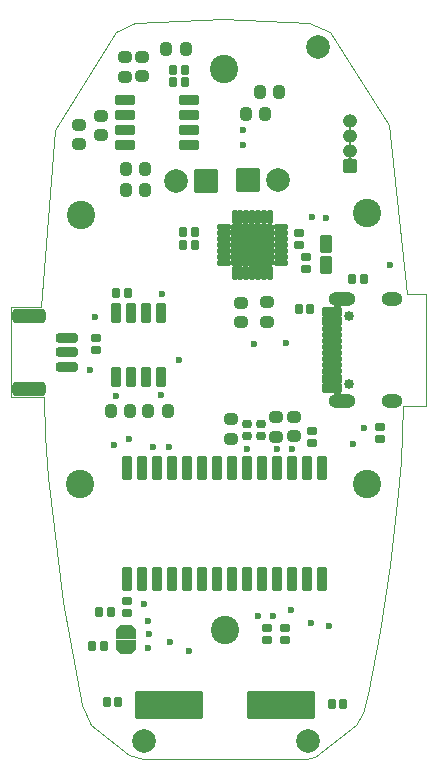
<source format=gbr>
%TF.GenerationSoftware,KiCad,Pcbnew,(7.0.0)*%
%TF.CreationDate,2023-06-26T15:04:23+05:30*%
%TF.ProjectId,EMO SN65 OBD,454d4f20-534e-4363-9520-4f42442e6b69,1*%
%TF.SameCoordinates,Original*%
%TF.FileFunction,Soldermask,Top*%
%TF.FilePolarity,Negative*%
%FSLAX46Y46*%
G04 Gerber Fmt 4.6, Leading zero omitted, Abs format (unit mm)*
G04 Created by KiCad (PCBNEW (7.0.0)) date 2023-06-26 15:04:23*
%MOMM*%
%LPD*%
G01*
G04 APERTURE LIST*
G04 Aperture macros list*
%AMRoundRect*
0 Rectangle with rounded corners*
0 $1 Rounding radius*
0 $2 $3 $4 $5 $6 $7 $8 $9 X,Y pos of 4 corners*
0 Add a 4 corners polygon primitive as box body*
4,1,4,$2,$3,$4,$5,$6,$7,$8,$9,$2,$3,0*
0 Add four circle primitives for the rounded corners*
1,1,$1+$1,$2,$3*
1,1,$1+$1,$4,$5*
1,1,$1+$1,$6,$7*
1,1,$1+$1,$8,$9*
0 Add four rect primitives between the rounded corners*
20,1,$1+$1,$2,$3,$4,$5,0*
20,1,$1+$1,$4,$5,$6,$7,0*
20,1,$1+$1,$6,$7,$8,$9,0*
20,1,$1+$1,$8,$9,$2,$3,0*%
%AMFreePoly0*
4,1,37,0.550000,0.836603,0.586603,0.800000,0.600000,0.750000,0.600000,-0.750000,0.586603,-0.800000,0.550000,-0.836603,0.500000,-0.850000,0.000000,-0.850000,-0.018993,-0.844911,-0.071157,-0.844911,-0.099330,-0.840860,-0.235881,-0.800765,-0.261772,-0.788941,-0.381494,-0.712000,-0.403005,-0.693361,-0.496202,-0.585806,-0.511590,-0.561861,-0.570709,-0.432407,-0.578728,-0.405098,-0.598982,-0.264232,
-0.600000,-0.250000,-0.600000,0.250000,-0.598982,0.264232,-0.578728,0.405098,-0.570709,0.432407,-0.511590,0.561861,-0.496202,0.585806,-0.403005,0.693361,-0.381494,0.712000,-0.261772,0.788941,-0.235881,0.800765,-0.099330,0.840860,-0.071157,0.844911,-0.018993,0.844911,0.000000,0.850000,0.500000,0.850000,0.550000,0.836603,0.550000,0.836603,$1*%
%AMFreePoly1*
4,1,37,0.018993,0.844911,0.071157,0.844911,0.099330,0.840860,0.235881,0.800765,0.261772,0.788941,0.381494,0.712000,0.403005,0.693361,0.496202,0.585806,0.511590,0.561861,0.570709,0.432407,0.578728,0.405098,0.598982,0.264232,0.600000,0.250000,0.600000,-0.250000,0.598982,-0.264232,0.578728,-0.405098,0.570709,-0.432407,0.511590,-0.561861,0.496202,-0.585806,0.403005,-0.693361,
0.381494,-0.712000,0.261772,-0.788941,0.235881,-0.800765,0.099330,-0.840860,0.071157,-0.844911,0.018993,-0.844911,0.000000,-0.850000,-0.500000,-0.850000,-0.550000,-0.836603,-0.586603,-0.800000,-0.600000,-0.750000,-0.600000,0.750000,-0.586603,0.800000,-0.550000,0.836603,-0.500000,0.850000,0.000000,0.850000,0.018993,0.844911,0.018993,0.844911,$1*%
G04 Aperture macros list end*
%ADD10C,2.000000*%
%ADD11C,0.600000*%
%ADD12RoundRect,0.235000X-0.185000X0.135000X-0.185000X-0.135000X0.185000X-0.135000X0.185000X0.135000X0*%
%ADD13C,2.400000*%
%ADD14RoundRect,0.240000X0.140000X0.170000X-0.140000X0.170000X-0.140000X-0.170000X0.140000X-0.170000X0*%
%ADD15RoundRect,0.100000X0.325000X0.925000X-0.325000X0.925000X-0.325000X-0.925000X0.325000X-0.925000X0*%
%ADD16RoundRect,0.300000X0.200000X0.275000X-0.200000X0.275000X-0.200000X-0.275000X0.200000X-0.275000X0*%
%ADD17RoundRect,0.100000X0.150000X0.500000X-0.150000X0.500000X-0.150000X-0.500000X0.150000X-0.500000X0*%
%ADD18RoundRect,0.100000X0.500000X-0.150000X0.500000X0.150000X-0.500000X0.150000X-0.500000X-0.150000X0*%
%ADD19RoundRect,0.100000X1.675000X-1.675000X1.675000X1.675000X-1.675000X1.675000X-1.675000X-1.675000X0*%
%ADD20RoundRect,0.300000X-0.200000X-0.275000X0.200000X-0.275000X0.200000X0.275000X-0.200000X0.275000X0*%
%ADD21RoundRect,0.100000X0.900000X0.900000X-0.900000X0.900000X-0.900000X-0.900000X0.900000X-0.900000X0*%
%ADD22RoundRect,0.235000X0.185000X-0.135000X0.185000X0.135000X-0.185000X0.135000X-0.185000X-0.135000X0*%
%ADD23RoundRect,0.250000X-0.700000X0.150000X-0.700000X-0.150000X0.700000X-0.150000X0.700000X0.150000X0*%
%ADD24RoundRect,0.350000X-1.100000X0.250000X-1.100000X-0.250000X1.100000X-0.250000X1.100000X0.250000X0*%
%ADD25RoundRect,0.235000X0.135000X0.185000X-0.135000X0.185000X-0.135000X-0.185000X0.135000X-0.185000X0*%
%ADD26RoundRect,0.100000X2.800000X-1.050000X2.800000X1.050000X-2.800000X1.050000X-2.800000X-1.050000X0*%
%ADD27RoundRect,0.100000X0.750000X-0.325000X0.750000X0.325000X-0.750000X0.325000X-0.750000X-0.325000X0*%
%ADD28RoundRect,0.300000X-0.275000X0.200000X-0.275000X-0.200000X0.275000X-0.200000X0.275000X0.200000X0*%
%ADD29RoundRect,0.100000X0.380000X-0.635000X0.380000X0.635000X-0.380000X0.635000X-0.380000X-0.635000X0*%
%ADD30C,0.850000*%
%ADD31RoundRect,0.100000X0.725000X-0.300000X0.725000X0.300000X-0.725000X0.300000X-0.725000X-0.300000X0*%
%ADD32RoundRect,0.100000X0.725000X-0.150000X0.725000X0.150000X-0.725000X0.150000X-0.725000X-0.150000X0*%
%ADD33O,2.300000X1.200000*%
%ADD34O,1.800000X1.200000*%
%ADD35FreePoly0,90.000000*%
%ADD36FreePoly1,90.000000*%
%ADD37RoundRect,0.235000X-0.135000X-0.185000X0.135000X-0.185000X0.135000X0.185000X-0.135000X0.185000X0*%
%ADD38RoundRect,0.240000X-0.170000X0.140000X-0.170000X-0.140000X0.170000X-0.140000X0.170000X0.140000X0*%
%ADD39RoundRect,0.300000X0.275000X-0.200000X0.275000X0.200000X-0.275000X0.200000X-0.275000X-0.200000X0*%
%ADD40RoundRect,0.100000X0.325000X0.750000X-0.325000X0.750000X-0.325000X-0.750000X0.325000X-0.750000X0*%
%ADD41RoundRect,0.240000X-0.140000X-0.170000X0.140000X-0.170000X0.140000X0.170000X-0.140000X0.170000X0*%
%ADD42RoundRect,0.100000X-0.900000X-0.900000X0.900000X-0.900000X0.900000X0.900000X-0.900000X0.900000X0*%
%ADD43RoundRect,0.100000X-0.500000X-0.500000X0.500000X-0.500000X0.500000X0.500000X-0.500000X0.500000X0*%
%ADD44O,1.200000X1.200000*%
%TA.AperFunction,Profile*%
%ADD45C,0.100000*%
%TD*%
G04 APERTURE END LIST*
D10*
%TO.C,REF\u002A\u002A*%
X121160000Y-23390000D03*
%TD*%
%TO.C,REF\u002A\u002A*%
X120310000Y-82130000D03*
%TD*%
%TO.C,REF\u002A\u002A*%
X106470000Y-82170000D03*
%TD*%
D11*
%TO.C,TP12*%
X108570000Y-57290000D03*
%TD*%
D12*
%TO.C,R14*%
X126405000Y-55615000D03*
X126405000Y-56635000D03*
%TD*%
D13*
%TO.C,H3*%
X113215000Y-25255000D03*
%TD*%
D11*
%TO.C,TP25*%
X115180000Y-57430000D03*
%TD*%
%TO.C,TP15*%
X105156000Y-56642000D03*
%TD*%
D14*
%TO.C,C13*%
X109875000Y-26355000D03*
X108915000Y-26355000D03*
%TD*%
D15*
%TO.C,U1*%
X105025000Y-68435000D03*
X106295000Y-68435000D03*
X107565000Y-68435000D03*
X108835000Y-68435000D03*
X110105000Y-68435000D03*
X111375000Y-68435000D03*
X112645000Y-68435000D03*
X113915000Y-68435000D03*
X115185000Y-68435000D03*
X116455000Y-68435000D03*
X117725000Y-68435000D03*
X118995000Y-68435000D03*
X120265000Y-68435000D03*
X121535000Y-68435000D03*
X121535000Y-59085000D03*
X120265000Y-59085000D03*
X118995000Y-59085000D03*
X117725000Y-59085000D03*
X116455000Y-59085000D03*
X115185000Y-59085000D03*
X113915000Y-59085000D03*
X112645000Y-59085000D03*
X111375000Y-59085000D03*
X110105000Y-59085000D03*
X108835000Y-59085000D03*
X107565000Y-59085000D03*
X106295000Y-59085000D03*
X105025000Y-59085000D03*
%TD*%
D13*
%TO.C,H2*%
X125335000Y-37505000D03*
%TD*%
D11*
%TO.C,TP24*%
X107905000Y-52915000D03*
%TD*%
D16*
%TO.C,R36*%
X117890000Y-27185000D03*
X116240000Y-27185000D03*
%TD*%
D17*
%TO.C,U3*%
X114105000Y-42575000D03*
X114605000Y-42575000D03*
X115105000Y-42575000D03*
X115605000Y-42575000D03*
X116105000Y-42575000D03*
X116605000Y-42575000D03*
X117105000Y-42575000D03*
D18*
X118005000Y-41675000D03*
X118005000Y-41175000D03*
X118005000Y-40675000D03*
X118005000Y-40175000D03*
X118005000Y-39675000D03*
X118005000Y-39175000D03*
X118005000Y-38675000D03*
D17*
X117105000Y-37775000D03*
X116605000Y-37775000D03*
X116105000Y-37775000D03*
X115605000Y-37775000D03*
X115105000Y-37775000D03*
X114605000Y-37775000D03*
X114105000Y-37775000D03*
D18*
X113205000Y-38675000D03*
X113205000Y-39175000D03*
X113205000Y-39675000D03*
X113205000Y-40175000D03*
X113205000Y-40675000D03*
X113205000Y-41175000D03*
X113205000Y-41675000D03*
D19*
X115605000Y-40175000D03*
%TD*%
D11*
%TO.C,TP19*%
X127225000Y-41855000D03*
%TD*%
%TO.C,TP5*%
X108640000Y-73820000D03*
%TD*%
D12*
%TO.C,R22*%
X116825000Y-72625000D03*
X116825000Y-73645000D03*
%TD*%
D11*
%TO.C,TP2*%
X106740000Y-71990000D03*
%TD*%
D20*
%TO.C,R1*%
X103630000Y-54265000D03*
X105280000Y-54265000D03*
%TD*%
D21*
%TO.C,D2*%
X111660000Y-34730000D03*
D10*
X109120000Y-34730000D03*
%TD*%
D11*
%TO.C,TP38*%
X119000000Y-57460000D03*
%TD*%
D13*
%TO.C,H1*%
X101135000Y-37645000D03*
%TD*%
D22*
%TO.C,R17*%
X120195000Y-42195000D03*
X120195000Y-41175000D03*
%TD*%
D11*
%TO.C,TP27*%
X116078000Y-71628000D03*
%TD*%
D23*
%TO.C,J6*%
X99915000Y-48015000D03*
X99915000Y-49265000D03*
X99915000Y-50515000D03*
D24*
X96715000Y-46165000D03*
X96715000Y-52365000D03*
%TD*%
D22*
%TO.C,R11*%
X104985000Y-71315000D03*
X104985000Y-70295000D03*
%TD*%
D11*
%TO.C,TP22*%
X101900000Y-50750000D03*
%TD*%
D25*
%TO.C,R40*%
X110765000Y-39075000D03*
X109745000Y-39075000D03*
%TD*%
%TO.C,R39*%
X110785000Y-40165000D03*
X109765000Y-40165000D03*
%TD*%
D11*
%TO.C,TP33*%
X124155000Y-57055000D03*
%TD*%
%TO.C,TP4*%
X106810000Y-74300000D03*
%TD*%
%TO.C,TP9*%
X122140000Y-72410000D03*
%TD*%
D14*
%TO.C,C2*%
X103015000Y-74145000D03*
X102055000Y-74145000D03*
%TD*%
D13*
%TO.C,H5*%
X113285000Y-72805000D03*
%TD*%
D26*
%TO.C,Y2*%
X108515000Y-79155000D03*
X118015000Y-79155000D03*
%TD*%
D27*
%TO.C,U4*%
X104825000Y-27930000D03*
X104825000Y-29200000D03*
X104825000Y-30470000D03*
X104825000Y-31740000D03*
X110225000Y-31740000D03*
X110225000Y-30470000D03*
X110225000Y-29200000D03*
X110225000Y-27930000D03*
%TD*%
D13*
%TO.C,H4*%
X101025000Y-60415000D03*
%TD*%
D11*
%TO.C,TP29*%
X109440000Y-49900000D03*
%TD*%
%TO.C,TP6*%
X110220000Y-74520000D03*
%TD*%
D28*
%TO.C,R34*%
X104810000Y-24295000D03*
X104810000Y-25945000D03*
%TD*%
D11*
%TO.C,TP3*%
X106840000Y-73130000D03*
%TD*%
%TO.C,TP17*%
X114808000Y-31750000D03*
%TD*%
D12*
%TO.C,R4*%
X102395000Y-48085000D03*
X102395000Y-49105000D03*
%TD*%
D29*
%TO.C,R16*%
X121815000Y-40125000D03*
X121815000Y-41905000D03*
%TD*%
D11*
%TO.C,TP39*%
X117730000Y-57460000D03*
%TD*%
D16*
%TO.C,R37*%
X116720000Y-29075000D03*
X115070000Y-29075000D03*
%TD*%
D11*
%TO.C,TP26*%
X117348000Y-71628000D03*
%TD*%
D30*
%TO.C,J4*%
X123765000Y-51955000D03*
X123765000Y-46175000D03*
D31*
X122320000Y-52315000D03*
X122320000Y-51515000D03*
D32*
X122320000Y-50315000D03*
X122320000Y-49315000D03*
X122320000Y-48815000D03*
X122320000Y-47815000D03*
D31*
X122320000Y-46615000D03*
X122320000Y-45815000D03*
X122320000Y-45815000D03*
X122320000Y-46615000D03*
D32*
X122320000Y-47315000D03*
X122320000Y-48315000D03*
X122320000Y-49815000D03*
X122320000Y-50815000D03*
D31*
X122320000Y-51515000D03*
X122320000Y-52315000D03*
D33*
X123234999Y-53384999D03*
D34*
X127414999Y-53384999D03*
D33*
X123234999Y-44744999D03*
D34*
X127414999Y-44744999D03*
%TD*%
D16*
%TO.C,R29*%
X106530000Y-35545000D03*
X104880000Y-35545000D03*
%TD*%
D22*
%TO.C,R38*%
X119585000Y-40215000D03*
X119585000Y-39195000D03*
%TD*%
D35*
%TO.C,JP1*%
X104935000Y-74205000D03*
D36*
X104935000Y-72905000D03*
%TD*%
D20*
%TO.C,R30*%
X104900000Y-33755000D03*
X106550000Y-33755000D03*
%TD*%
D11*
%TO.C,TP8*%
X120580000Y-72200000D03*
%TD*%
%TO.C,TP32*%
X115750000Y-48540000D03*
%TD*%
D37*
%TO.C,R21*%
X104065000Y-44215000D03*
X105085000Y-44215000D03*
%TD*%
D38*
%TO.C,C5*%
X115150000Y-55370000D03*
X115150000Y-56330000D03*
%TD*%
D11*
%TO.C,TP7*%
X118440000Y-48510000D03*
%TD*%
%TO.C,TP23*%
X104055000Y-52925000D03*
%TD*%
D39*
%TO.C,R26*%
X119150000Y-56365000D03*
X119150000Y-54715000D03*
%TD*%
D11*
%TO.C,TP21*%
X102285000Y-46275000D03*
%TD*%
%TO.C,TP10*%
X107200000Y-57310000D03*
%TD*%
%TO.C,SBU2*%
X125050000Y-55690000D03*
%TD*%
%TO.C,TP18*%
X114808000Y-30480000D03*
%TD*%
%TO.C,TP30*%
X107960000Y-44350000D03*
%TD*%
D39*
%TO.C,R25*%
X117615000Y-56425000D03*
X117615000Y-54775000D03*
%TD*%
D40*
%TO.C,U2*%
X104105000Y-51335000D03*
X105375000Y-51335000D03*
X106645000Y-51335000D03*
X107915000Y-51335000D03*
X107915000Y-45935000D03*
X106645000Y-45935000D03*
X105375000Y-45935000D03*
X104105000Y-45935000D03*
%TD*%
D20*
%TO.C,R35*%
X108315000Y-23620000D03*
X109965000Y-23620000D03*
%TD*%
D37*
%TO.C,R10*%
X102595000Y-71245000D03*
X103615000Y-71245000D03*
%TD*%
D38*
%TO.C,C8*%
X116340000Y-55350000D03*
X116340000Y-56310000D03*
%TD*%
D28*
%TO.C,R5*%
X114660000Y-45055000D03*
X114660000Y-46705000D03*
%TD*%
D11*
%TO.C,TP11*%
X121830000Y-37930000D03*
%TD*%
D12*
%TO.C,R6*%
X118345000Y-72595000D03*
X118345000Y-73615000D03*
%TD*%
D11*
%TO.C,TP20*%
X120650000Y-37846000D03*
%TD*%
D25*
%TO.C,R13*%
X125070000Y-43060000D03*
X124050000Y-43060000D03*
%TD*%
D28*
%TO.C,R20*%
X116875000Y-45040000D03*
X116875000Y-46690000D03*
%TD*%
D39*
%TO.C,R32*%
X102795000Y-30900000D03*
X102795000Y-29250000D03*
%TD*%
D22*
%TO.C,R42*%
X120670000Y-56910000D03*
X120670000Y-55890000D03*
%TD*%
D11*
%TO.C,TP1*%
X106426000Y-70612000D03*
%TD*%
D41*
%TO.C,C7*%
X122330000Y-79020000D03*
X123290000Y-79020000D03*
%TD*%
D16*
%TO.C,R2*%
X108440000Y-54265000D03*
X106790000Y-54265000D03*
%TD*%
D14*
%TO.C,C14*%
X109875000Y-25325000D03*
X108915000Y-25325000D03*
%TD*%
D11*
%TO.C,TP16*%
X103886000Y-57150000D03*
%TD*%
D39*
%TO.C,R33*%
X106290000Y-25905000D03*
X106290000Y-24255000D03*
%TD*%
D28*
%TO.C,R31*%
X100965000Y-29990000D03*
X100965000Y-31640000D03*
%TD*%
%TO.C,R7*%
X113845000Y-54950000D03*
X113845000Y-56600000D03*
%TD*%
D13*
%TO.C,H6*%
X125315000Y-60395000D03*
%TD*%
D42*
%TO.C,D4*%
X115210000Y-34710000D03*
D10*
X117750000Y-34710000D03*
%TD*%
D14*
%TO.C,C6*%
X104250000Y-78870000D03*
X103290000Y-78870000D03*
%TD*%
D11*
%TO.C,TP31*%
X118872000Y-71120000D03*
%TD*%
D14*
%TO.C,C1*%
X120495000Y-45635000D03*
X119535000Y-45635000D03*
%TD*%
D43*
%TO.C,J2*%
X123880000Y-33480000D03*
D44*
X123879999Y-32209999D03*
X123879999Y-30939999D03*
X123879999Y-29669999D03*
%TD*%
G36*
X123102468Y-52695294D02*
G01*
X123102122Y-52697073D01*
X123085115Y-52718866D01*
X123084378Y-52748902D01*
X123101680Y-52773469D01*
X123130836Y-52783101D01*
X123132113Y-52784388D01*
X123131825Y-52786178D01*
X123130209Y-52787000D01*
X122685132Y-52787000D01*
X122530230Y-52807393D01*
X122520503Y-52811422D01*
X122518702Y-52811285D01*
X122517746Y-52809752D01*
X122518415Y-52808074D01*
X122541117Y-52788060D01*
X122546190Y-52756027D01*
X122529680Y-52728111D01*
X122498491Y-52716882D01*
X122497253Y-52715578D01*
X122497562Y-52713808D01*
X122499168Y-52713000D01*
X123044801Y-52713000D01*
X123082488Y-52705503D01*
X123099434Y-52694180D01*
X123101234Y-52693965D01*
X123102468Y-52695294D01*
G37*
G36*
X123095048Y-51050239D02*
G01*
X123094715Y-51052017D01*
X123077381Y-51074605D01*
X123077381Y-51105390D01*
X123094716Y-51127984D01*
X123095049Y-51129761D01*
X123093813Y-51131080D01*
X123092018Y-51130864D01*
X123082488Y-51124496D01*
X123044801Y-51117000D01*
X121595199Y-51117000D01*
X121557511Y-51124496D01*
X121547979Y-51130865D01*
X121546184Y-51131081D01*
X121544948Y-51129762D01*
X121545281Y-51127985D01*
X121562617Y-51105390D01*
X121562617Y-51074605D01*
X121545284Y-51052016D01*
X121544951Y-51050239D01*
X121546187Y-51048920D01*
X121547982Y-51049136D01*
X121557511Y-51055503D01*
X121595199Y-51063000D01*
X123044801Y-51063000D01*
X123082488Y-51055503D01*
X123092017Y-51049136D01*
X123093812Y-51048920D01*
X123095048Y-51050239D01*
G37*
G36*
X121547981Y-46999135D02*
G01*
X121557511Y-47005503D01*
X121595199Y-47013000D01*
X123044801Y-47013000D01*
X123082488Y-47005503D01*
X123092017Y-46999136D01*
X123093812Y-46998920D01*
X123095048Y-47000239D01*
X123094715Y-47002017D01*
X123077381Y-47024608D01*
X123077381Y-47055392D01*
X123094715Y-47077982D01*
X123095048Y-47079760D01*
X123093812Y-47081079D01*
X123092017Y-47080863D01*
X123082488Y-47074496D01*
X123044801Y-47067000D01*
X121595199Y-47067000D01*
X121557511Y-47074496D01*
X121547981Y-47080864D01*
X121546186Y-47081080D01*
X121544950Y-47079761D01*
X121545283Y-47077983D01*
X121562618Y-47055391D01*
X121562618Y-47024608D01*
X121545283Y-47002015D01*
X121544950Y-47000238D01*
X121546186Y-46998919D01*
X121547981Y-46999135D01*
G37*
G36*
X122685132Y-45343000D02*
G01*
X123130209Y-45343000D01*
X123131825Y-45343822D01*
X123132113Y-45345612D01*
X123130836Y-45346899D01*
X123101680Y-45356530D01*
X123084378Y-45381097D01*
X123085115Y-45411132D01*
X123102122Y-45432926D01*
X123102468Y-45434705D01*
X123101234Y-45436034D01*
X123099434Y-45435819D01*
X123082488Y-45424496D01*
X123044801Y-45417000D01*
X122506661Y-45417000D01*
X122505062Y-45416201D01*
X122504740Y-45414442D01*
X122505954Y-45413129D01*
X122538311Y-45400902D01*
X122554144Y-45370998D01*
X122546245Y-45338098D01*
X122529473Y-45326311D01*
X122528628Y-45324818D01*
X122529251Y-45323219D01*
X122530884Y-45322692D01*
X122685132Y-45343000D01*
G37*
G36*
X113877447Y-41930438D02*
G01*
X113892511Y-41940503D01*
X113930199Y-41948000D01*
X117279801Y-41948000D01*
X117317488Y-41940503D01*
X117331497Y-41931143D01*
X117333333Y-41930942D01*
X117334551Y-41932331D01*
X117334112Y-41934125D01*
X117319850Y-41950388D01*
X117315010Y-41974720D01*
X117323073Y-41998472D01*
X117325285Y-42001782D01*
X117325516Y-42003536D01*
X117324265Y-42004787D01*
X117322511Y-42004556D01*
X117292488Y-41984496D01*
X117254801Y-41977000D01*
X116955199Y-41977000D01*
X116917511Y-41984496D01*
X116885730Y-42005730D01*
X116864496Y-42037511D01*
X116856962Y-42075390D01*
X116855885Y-42076794D01*
X116854115Y-42076794D01*
X116853038Y-42075390D01*
X116845503Y-42037511D01*
X116824269Y-42005730D01*
X116792488Y-41984496D01*
X116754801Y-41977000D01*
X116455199Y-41977000D01*
X116417511Y-41984496D01*
X116385730Y-42005730D01*
X116364496Y-42037511D01*
X116356962Y-42075390D01*
X116355885Y-42076794D01*
X116354115Y-42076794D01*
X116353038Y-42075390D01*
X116345503Y-42037511D01*
X116324269Y-42005730D01*
X116292488Y-41984496D01*
X116254801Y-41977000D01*
X115955199Y-41977000D01*
X115917511Y-41984496D01*
X115885730Y-42005730D01*
X115864496Y-42037511D01*
X115856962Y-42075390D01*
X115855885Y-42076794D01*
X115854115Y-42076794D01*
X115853038Y-42075390D01*
X115845503Y-42037511D01*
X115824269Y-42005730D01*
X115792488Y-41984496D01*
X115754801Y-41977000D01*
X115455199Y-41977000D01*
X115417511Y-41984496D01*
X115385730Y-42005730D01*
X115364496Y-42037511D01*
X115356962Y-42075390D01*
X115355885Y-42076794D01*
X115354115Y-42076794D01*
X115353038Y-42075390D01*
X115345503Y-42037511D01*
X115324269Y-42005730D01*
X115292488Y-41984496D01*
X115254801Y-41977000D01*
X114955199Y-41977000D01*
X114917511Y-41984496D01*
X114885730Y-42005730D01*
X114864496Y-42037511D01*
X114856962Y-42075390D01*
X114855885Y-42076794D01*
X114854115Y-42076794D01*
X114853038Y-42075390D01*
X114845503Y-42037511D01*
X114824269Y-42005730D01*
X114792488Y-41984496D01*
X114754801Y-41977000D01*
X114455199Y-41977000D01*
X114417511Y-41984496D01*
X114385730Y-42005730D01*
X114364496Y-42037511D01*
X114356962Y-42075390D01*
X114355885Y-42076794D01*
X114354115Y-42076794D01*
X114353038Y-42075390D01*
X114345503Y-42037511D01*
X114324269Y-42005730D01*
X114292488Y-41984496D01*
X114254801Y-41977000D01*
X113955199Y-41977000D01*
X113917511Y-41984496D01*
X113887488Y-42004556D01*
X113885734Y-42004787D01*
X113884483Y-42003536D01*
X113884714Y-42001782D01*
X113886851Y-41998584D01*
X113894077Y-41962253D01*
X113874673Y-41933212D01*
X113874442Y-41931458D01*
X113875693Y-41930207D01*
X113877447Y-41930438D01*
G37*
G36*
X113849792Y-38445693D02*
G01*
X113849561Y-38447447D01*
X113839496Y-38462511D01*
X113832000Y-38500199D01*
X113832000Y-41849801D01*
X113839496Y-41887488D01*
X113849560Y-41902551D01*
X113849791Y-41904305D01*
X113848540Y-41905556D01*
X113846786Y-41905325D01*
X113817744Y-41885920D01*
X113781413Y-41893148D01*
X113778219Y-41895282D01*
X113776465Y-41895513D01*
X113775214Y-41894262D01*
X113775445Y-41892508D01*
X113795503Y-41862488D01*
X113803000Y-41824801D01*
X113803000Y-41525199D01*
X113795503Y-41487511D01*
X113774269Y-41455730D01*
X113742488Y-41434496D01*
X113704610Y-41426962D01*
X113703206Y-41425885D01*
X113703206Y-41424115D01*
X113704610Y-41423038D01*
X113742488Y-41415503D01*
X113774269Y-41394269D01*
X113795503Y-41362488D01*
X113803000Y-41324801D01*
X113803000Y-41025199D01*
X113795503Y-40987511D01*
X113774269Y-40955730D01*
X113742488Y-40934496D01*
X113704610Y-40926962D01*
X113703206Y-40925885D01*
X113703206Y-40924115D01*
X113704610Y-40923038D01*
X113742488Y-40915503D01*
X113774269Y-40894269D01*
X113795503Y-40862488D01*
X113803000Y-40824801D01*
X113803000Y-40525199D01*
X113795503Y-40487511D01*
X113774269Y-40455730D01*
X113742488Y-40434496D01*
X113704610Y-40426962D01*
X113703206Y-40425885D01*
X113703206Y-40424115D01*
X113704610Y-40423038D01*
X113742488Y-40415503D01*
X113774269Y-40394269D01*
X113795503Y-40362488D01*
X113803000Y-40324801D01*
X113803000Y-40025199D01*
X113795503Y-39987511D01*
X113774269Y-39955730D01*
X113742488Y-39934496D01*
X113704610Y-39926962D01*
X113703206Y-39925885D01*
X113703206Y-39924115D01*
X113704610Y-39923038D01*
X113742488Y-39915503D01*
X113774269Y-39894269D01*
X113795503Y-39862488D01*
X113803000Y-39824801D01*
X113803000Y-39525199D01*
X113795503Y-39487511D01*
X113774269Y-39455730D01*
X113742488Y-39434496D01*
X113704610Y-39426962D01*
X113703206Y-39425885D01*
X113703206Y-39424115D01*
X113704610Y-39423038D01*
X113742488Y-39415503D01*
X113774269Y-39394269D01*
X113795503Y-39362488D01*
X113803000Y-39324801D01*
X113803000Y-39025199D01*
X113795503Y-38987511D01*
X113774269Y-38955730D01*
X113742488Y-38934496D01*
X113704610Y-38926962D01*
X113703206Y-38925885D01*
X113703206Y-38924115D01*
X113704610Y-38923038D01*
X113742488Y-38915503D01*
X113774269Y-38894269D01*
X113795503Y-38862488D01*
X113803000Y-38824801D01*
X113803000Y-38525199D01*
X113795503Y-38487511D01*
X113775443Y-38457488D01*
X113775212Y-38455734D01*
X113776463Y-38454483D01*
X113778217Y-38454714D01*
X113781414Y-38456850D01*
X113817744Y-38464078D01*
X113846787Y-38444673D01*
X113848541Y-38444442D01*
X113849792Y-38445693D01*
G37*
G36*
X117363212Y-38444673D02*
G01*
X117392253Y-38464077D01*
X117428584Y-38456851D01*
X117431782Y-38454714D01*
X117433536Y-38454483D01*
X117434787Y-38455734D01*
X117434556Y-38457488D01*
X117414496Y-38487511D01*
X117407000Y-38525199D01*
X117407000Y-38824801D01*
X117414496Y-38862488D01*
X117435730Y-38894269D01*
X117467511Y-38915503D01*
X117505390Y-38923038D01*
X117506794Y-38924115D01*
X117506794Y-38925885D01*
X117505390Y-38926962D01*
X117467511Y-38934496D01*
X117435730Y-38955730D01*
X117414496Y-38987511D01*
X117407000Y-39025199D01*
X117407000Y-39324801D01*
X117414496Y-39362488D01*
X117435730Y-39394269D01*
X117467511Y-39415503D01*
X117505390Y-39423038D01*
X117506794Y-39424115D01*
X117506794Y-39425885D01*
X117505390Y-39426962D01*
X117467511Y-39434496D01*
X117435730Y-39455730D01*
X117414496Y-39487511D01*
X117407000Y-39525199D01*
X117407000Y-39824801D01*
X117414496Y-39862488D01*
X117435730Y-39894269D01*
X117467511Y-39915503D01*
X117505390Y-39923038D01*
X117506794Y-39924115D01*
X117506794Y-39925885D01*
X117505390Y-39926962D01*
X117467511Y-39934496D01*
X117435730Y-39955730D01*
X117414496Y-39987511D01*
X117407000Y-40025199D01*
X117407000Y-40324801D01*
X117414496Y-40362488D01*
X117435730Y-40394269D01*
X117467511Y-40415503D01*
X117505390Y-40423038D01*
X117506794Y-40424115D01*
X117506794Y-40425885D01*
X117505390Y-40426962D01*
X117467511Y-40434496D01*
X117435730Y-40455730D01*
X117414496Y-40487511D01*
X117407000Y-40525199D01*
X117407000Y-40824801D01*
X117414496Y-40862488D01*
X117435730Y-40894269D01*
X117467511Y-40915503D01*
X117505390Y-40923038D01*
X117506794Y-40924115D01*
X117506794Y-40925885D01*
X117505390Y-40926962D01*
X117467511Y-40934496D01*
X117435730Y-40955730D01*
X117414496Y-40987511D01*
X117407000Y-41025199D01*
X117407000Y-41324801D01*
X117414496Y-41362488D01*
X117435730Y-41394269D01*
X117467511Y-41415503D01*
X117505390Y-41423038D01*
X117506794Y-41424115D01*
X117506794Y-41425885D01*
X117505390Y-41426962D01*
X117467511Y-41434496D01*
X117435730Y-41455730D01*
X117414496Y-41487511D01*
X117407000Y-41525199D01*
X117407000Y-41824801D01*
X117414496Y-41862488D01*
X117434556Y-41892511D01*
X117434787Y-41894265D01*
X117433536Y-41895516D01*
X117431782Y-41895285D01*
X117428472Y-41893073D01*
X117404720Y-41885010D01*
X117380388Y-41889850D01*
X117364125Y-41904112D01*
X117362331Y-41904551D01*
X117360942Y-41903333D01*
X117361143Y-41901497D01*
X117370503Y-41887488D01*
X117378000Y-41849801D01*
X117378000Y-38500199D01*
X117370503Y-38462511D01*
X117360438Y-38447447D01*
X117360207Y-38445693D01*
X117361458Y-38444442D01*
X117363212Y-38444673D01*
G37*
G36*
X114356962Y-38274610D02*
G01*
X114364496Y-38312488D01*
X114385730Y-38344269D01*
X114417511Y-38365503D01*
X114455199Y-38373000D01*
X114754801Y-38373000D01*
X114792488Y-38365503D01*
X114824269Y-38344269D01*
X114845503Y-38312488D01*
X114853038Y-38274610D01*
X114854115Y-38273206D01*
X114855885Y-38273206D01*
X114856962Y-38274610D01*
X114864496Y-38312488D01*
X114885730Y-38344269D01*
X114917511Y-38365503D01*
X114955199Y-38373000D01*
X115254801Y-38373000D01*
X115292488Y-38365503D01*
X115324269Y-38344269D01*
X115345503Y-38312488D01*
X115353038Y-38274610D01*
X115354115Y-38273206D01*
X115355885Y-38273206D01*
X115356962Y-38274610D01*
X115364496Y-38312488D01*
X115385730Y-38344269D01*
X115417511Y-38365503D01*
X115455199Y-38373000D01*
X115754801Y-38373000D01*
X115792488Y-38365503D01*
X115824269Y-38344269D01*
X115845503Y-38312488D01*
X115853038Y-38274610D01*
X115854115Y-38273206D01*
X115855885Y-38273206D01*
X115856962Y-38274610D01*
X115864496Y-38312488D01*
X115885730Y-38344269D01*
X115917511Y-38365503D01*
X115955199Y-38373000D01*
X116254801Y-38373000D01*
X116292488Y-38365503D01*
X116324269Y-38344269D01*
X116345503Y-38312488D01*
X116353038Y-38274610D01*
X116354115Y-38273206D01*
X116355885Y-38273206D01*
X116356962Y-38274610D01*
X116364496Y-38312488D01*
X116385730Y-38344269D01*
X116417511Y-38365503D01*
X116455199Y-38373000D01*
X116754801Y-38373000D01*
X116792488Y-38365503D01*
X116824269Y-38344269D01*
X116845503Y-38312488D01*
X116853038Y-38274610D01*
X116854115Y-38273206D01*
X116855885Y-38273206D01*
X116856962Y-38274610D01*
X116864496Y-38312488D01*
X116885730Y-38344269D01*
X116917511Y-38365503D01*
X116955199Y-38373000D01*
X117254801Y-38373000D01*
X117292488Y-38365503D01*
X117322508Y-38345445D01*
X117324262Y-38345214D01*
X117325513Y-38346465D01*
X117325282Y-38348219D01*
X117323148Y-38351413D01*
X117315920Y-38387744D01*
X117335325Y-38416786D01*
X117335556Y-38418540D01*
X117334305Y-38419791D01*
X117332551Y-38419560D01*
X117317488Y-38409496D01*
X117279801Y-38402000D01*
X113930199Y-38402000D01*
X113892511Y-38409496D01*
X113877447Y-38419561D01*
X113875693Y-38419792D01*
X113874442Y-38418541D01*
X113874673Y-38416787D01*
X113894078Y-38387744D01*
X113886850Y-38351414D01*
X113884714Y-38348217D01*
X113884483Y-38346463D01*
X113885734Y-38345212D01*
X113887488Y-38345443D01*
X113917511Y-38365503D01*
X113955199Y-38373000D01*
X114254801Y-38373000D01*
X114292488Y-38365503D01*
X114324269Y-38344269D01*
X114345503Y-38312488D01*
X114353038Y-38274610D01*
X114354115Y-38273206D01*
X114355885Y-38273206D01*
X114356962Y-38274610D01*
G37*
G36*
X124040984Y-32785984D02*
G01*
X124041881Y-32787633D01*
X124041017Y-32789299D01*
X124021439Y-32802812D01*
X124013316Y-32835769D01*
X124029089Y-32865825D01*
X124061536Y-32878130D01*
X124062748Y-32879444D01*
X124062426Y-32881201D01*
X124060827Y-32882000D01*
X123699173Y-32882000D01*
X123697574Y-32881201D01*
X123697252Y-32879444D01*
X123698464Y-32878130D01*
X123730910Y-32865825D01*
X123746683Y-32835769D01*
X123738560Y-32802812D01*
X123718982Y-32789299D01*
X123718118Y-32787633D01*
X123719015Y-32785984D01*
X123720883Y-32785805D01*
X123725231Y-32787606D01*
X123880000Y-32807982D01*
X124034767Y-32787606D01*
X124039115Y-32785805D01*
X124040984Y-32785984D01*
G37*
G36*
X123995422Y-31523731D02*
G01*
X123995780Y-31525633D01*
X123994360Y-31526948D01*
X123988815Y-31528315D01*
X123962282Y-31545470D01*
X123952092Y-31575000D01*
X123962282Y-31604529D01*
X123988815Y-31621684D01*
X123994360Y-31623051D01*
X123995780Y-31624366D01*
X123995422Y-31626268D01*
X123993620Y-31626976D01*
X123879999Y-31612017D01*
X123766379Y-31626976D01*
X123764577Y-31626268D01*
X123764219Y-31624366D01*
X123765639Y-31623051D01*
X123771184Y-31621684D01*
X123797716Y-31604529D01*
X123807906Y-31575000D01*
X123797716Y-31545470D01*
X123771184Y-31528315D01*
X123765640Y-31526948D01*
X123764220Y-31525633D01*
X123764578Y-31523731D01*
X123766380Y-31523023D01*
X123880000Y-31537982D01*
X123993620Y-31523023D01*
X123995422Y-31523731D01*
G37*
G36*
X123995422Y-30253731D02*
G01*
X123995780Y-30255633D01*
X123994360Y-30256948D01*
X123988815Y-30258315D01*
X123962282Y-30275470D01*
X123952092Y-30304999D01*
X123962282Y-30334529D01*
X123988815Y-30351684D01*
X123994360Y-30353051D01*
X123995780Y-30354366D01*
X123995422Y-30356268D01*
X123993620Y-30356976D01*
X123879999Y-30342017D01*
X123766379Y-30356976D01*
X123764577Y-30356268D01*
X123764219Y-30354366D01*
X123765639Y-30353051D01*
X123771184Y-30351684D01*
X123797716Y-30334529D01*
X123807906Y-30304999D01*
X123797716Y-30275470D01*
X123771184Y-30258315D01*
X123765640Y-30256948D01*
X123764220Y-30255633D01*
X123764578Y-30253731D01*
X123766380Y-30253023D01*
X123880000Y-30267982D01*
X123993620Y-30253023D01*
X123995422Y-30253731D01*
G37*
D45*
X99575000Y-70405000D02*
X98315000Y-59845000D01*
X127275000Y-67245000D02*
X126405000Y-72885000D01*
X113155000Y-21015000D02*
X120425000Y-21345000D01*
X95177500Y-45452500D02*
X97702500Y-45467500D01*
X124405000Y-80835000D02*
X120905000Y-83535000D01*
X126405000Y-72885000D02*
X125395000Y-78155000D01*
X105135000Y-83395000D02*
X101945000Y-80795000D01*
X120905000Y-83535000D02*
X120115000Y-83685000D01*
X95177500Y-45452500D02*
X95180000Y-53062500D01*
X101945000Y-80795000D02*
X101185000Y-79165000D01*
X104065000Y-22155000D02*
X105665000Y-21385000D01*
X128195000Y-58465000D02*
X128355000Y-53832500D01*
X106335000Y-83685000D02*
X105135000Y-83395000D01*
X120425000Y-21345000D02*
X122185000Y-22175000D01*
X128355000Y-53832500D02*
X130300000Y-53827500D01*
X105665000Y-21385000D02*
X113155000Y-21015000D01*
X128195000Y-58465000D02*
X127975000Y-61175000D01*
X98935000Y-30435000D02*
X104065000Y-22155000D01*
X98935000Y-30435000D02*
X97702500Y-45467500D01*
X101185000Y-79165000D02*
X99575000Y-70405000D01*
X98315000Y-59845000D02*
X98075000Y-56345000D01*
X127975000Y-61175000D02*
X127275000Y-67245000D01*
X127155000Y-30005000D02*
X122185000Y-22175000D01*
X130290000Y-44300000D02*
X128665000Y-44300000D01*
X130290000Y-44300000D02*
X130300000Y-53827500D01*
X120115000Y-83685000D02*
X106335000Y-83685000D01*
X95180000Y-53062500D02*
X97965000Y-53077500D01*
X125395000Y-78155000D02*
X125015000Y-79825000D01*
X127155000Y-30005000D02*
X128665000Y-44300000D01*
X98075000Y-56345000D02*
X97965000Y-53077500D01*
X125015000Y-79825000D02*
X124405000Y-80835000D01*
M02*

</source>
